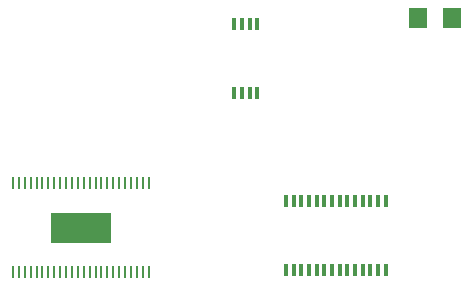
<source format=gtp>
G75*
%MOIN*%
%OFA0B0*%
%FSLAX25Y25*%
%IPPOS*%
%LPD*%
%AMOC8*
5,1,8,0,0,1.08239X$1,22.5*
%
%ADD10R,0.01102X0.04213*%
%ADD11R,0.20000X0.10000*%
%ADD12R,0.01200X0.03900*%
%ADD13R,0.01378X0.03937*%
%ADD14R,0.06299X0.07098*%
D10*
X0233362Y0267338D03*
X0235331Y0267338D03*
X0237299Y0267338D03*
X0239268Y0267338D03*
X0241236Y0267338D03*
X0243205Y0267338D03*
X0245173Y0267338D03*
X0247142Y0267338D03*
X0249110Y0267338D03*
X0251079Y0267338D03*
X0253047Y0267338D03*
X0255016Y0267338D03*
X0256984Y0267338D03*
X0258953Y0267338D03*
X0260921Y0267338D03*
X0262890Y0267338D03*
X0264858Y0267338D03*
X0266827Y0267338D03*
X0268795Y0267338D03*
X0270764Y0267338D03*
X0272732Y0267338D03*
X0274701Y0267338D03*
X0276669Y0267338D03*
X0278638Y0267338D03*
X0278638Y0296866D03*
X0276669Y0296866D03*
X0274701Y0296866D03*
X0272732Y0296866D03*
X0270764Y0296866D03*
X0268795Y0296866D03*
X0266827Y0296866D03*
X0264858Y0296866D03*
X0262890Y0296866D03*
X0260921Y0296866D03*
X0258953Y0296866D03*
X0256984Y0296866D03*
X0255016Y0296866D03*
X0253047Y0296866D03*
X0251079Y0296866D03*
X0249110Y0296866D03*
X0247142Y0296866D03*
X0245173Y0296866D03*
X0243205Y0296866D03*
X0241236Y0296866D03*
X0239268Y0296866D03*
X0237299Y0296866D03*
X0235331Y0296866D03*
X0233362Y0296866D03*
D11*
X0256000Y0282102D03*
D12*
X0324366Y0291089D03*
X0326925Y0291089D03*
X0329484Y0291089D03*
X0332043Y0291089D03*
X0334602Y0291089D03*
X0337161Y0291089D03*
X0339720Y0291089D03*
X0342280Y0291089D03*
X0344839Y0291089D03*
X0347398Y0291089D03*
X0349957Y0291089D03*
X0352516Y0291089D03*
X0355075Y0291089D03*
X0357634Y0291089D03*
X0357634Y0268115D03*
X0355075Y0268115D03*
X0352516Y0268115D03*
X0349957Y0268115D03*
X0347398Y0268115D03*
X0344839Y0268115D03*
X0342280Y0268115D03*
X0339720Y0268115D03*
X0337161Y0268115D03*
X0334602Y0268115D03*
X0332043Y0268115D03*
X0329484Y0268115D03*
X0326925Y0268115D03*
X0324366Y0268115D03*
D13*
X0314839Y0326836D03*
X0312280Y0326836D03*
X0309720Y0326836D03*
X0307161Y0326836D03*
X0307161Y0349868D03*
X0309720Y0349868D03*
X0312280Y0349868D03*
X0314839Y0349868D03*
D14*
X0368527Y0352102D03*
X0379723Y0352102D03*
M02*

</source>
